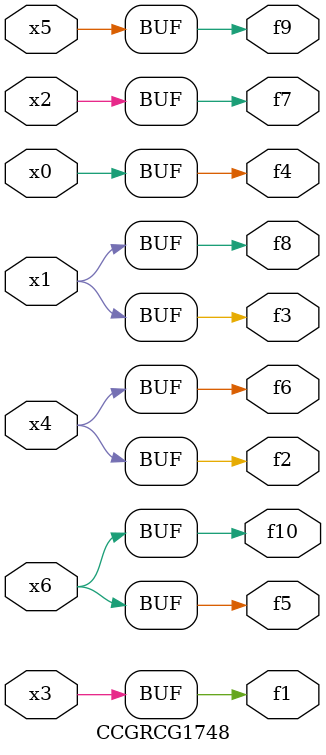
<source format=v>
module CCGRCG1748(
	input x0, x1, x2, x3, x4, x5, x6,
	output f1, f2, f3, f4, f5, f6, f7, f8, f9, f10
);
	assign f1 = x3;
	assign f2 = x4;
	assign f3 = x1;
	assign f4 = x0;
	assign f5 = x6;
	assign f6 = x4;
	assign f7 = x2;
	assign f8 = x1;
	assign f9 = x5;
	assign f10 = x6;
endmodule

</source>
